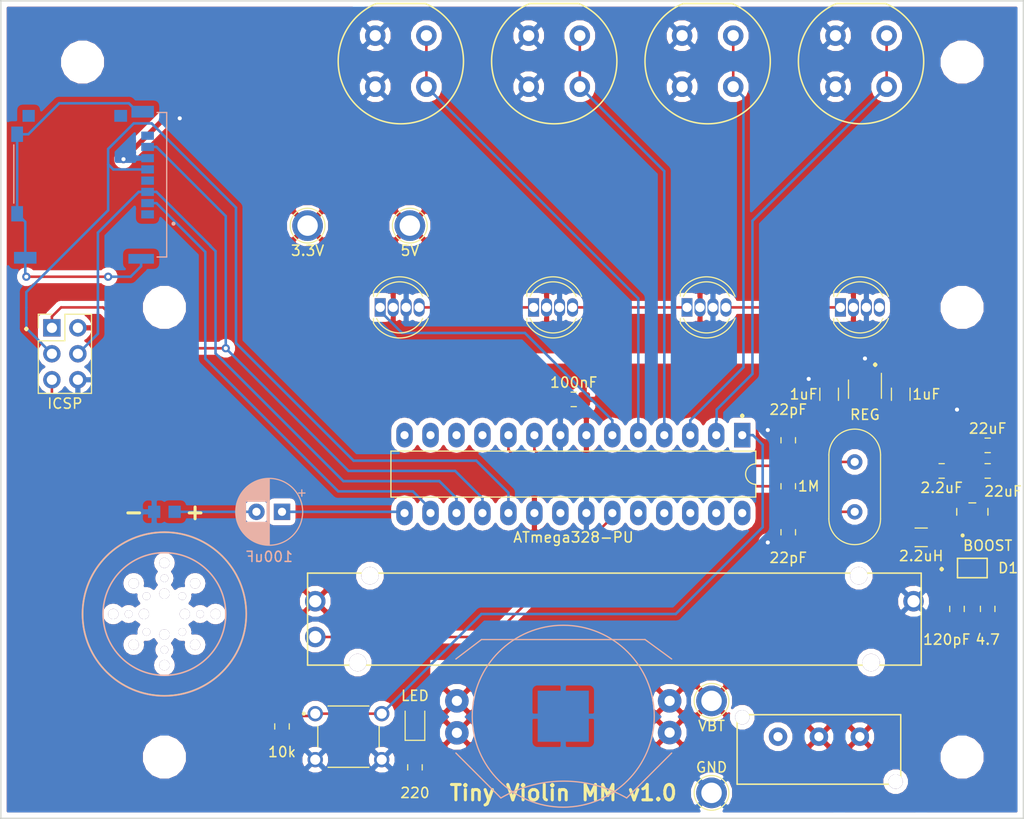
<source format=kicad_pcb>
(kicad_pcb (version 20171130) (host pcbnew "(5.0.0)")
  (layers (0 F.Cu signal) (31 B.Cu signal) (34 B.Paste user) (35 F.Paste user) (36 B.SilkS user) (37 F.SilkS user) (38 B.Mask user) (39 F.Mask user) (44 Edge.Cuts user))
  (net 0 "")
  (net 1 /MOSI)
  (net 2 +3V3)
  (net 3 +5V)
  (net 4 /SS)
  (net 5 /MISO)
  (net 6 /SCK)
  (net 7 /LEDS)
  (net 8 /BOW)
  (net 9 /SPEAKER)
  (net 10 "Net-(C2-Pad1)")
  (net 11 GND)
  (net 12 "Net-(D2-Pad1)")
  (net 13 /~RST)
  (net 14 "Net-(C1-Pad1)")
  (net 15 "Net-(U3-Pad4)")
  (net 16 /PB4)
  (net 17 "Net-(U1-Pad11)")
  (net 18 "Net-(U1-Pad12)")
  (net 19 "Net-(U1-Pad13)")
  (net 20 "Net-(U1-Pad24)")
  (net 21 "Net-(U1-Pad25)")
  (net 22 "Net-(U1-Pad26)")
  (net 23 "Net-(U1-Pad27)")
  (net 24 "Net-(U1-Pad28)")
  (net 25 /PB1)
  (net 26 /PB2)
  (net 27 /PB3)
  (net 28 "Net-(SW1-Pad1)")
  (net 29 "Net-(D4-Pad4)")
  (net 30 "Net-(D5-Pad4)")
  (net 31 "Net-(D6-Pad4)")
  (net 32 "Net-(D3-Pad4)")
  (net 33 "Net-(U2-Pad3)")
  (net 34 "Net-(U2-Pad5)")
  (net 35 "Net-(J2-Pad1)")
  (net 36 /+3.3V)
  (net 37 "Net-(J2-Pad8)")
  (net 38 "Net-(J2-PadP1)")
  (net 39 "Net-(J2-PadSW)")
  (net 40 "Net-(J2-PadDT)")
  (net 41 "Net-(U1-Pad21)")
  (net 42 "Net-(U1-Pad14)")
  (net 43 "Net-(H3-Pad1)")
  (net 44 "Net-(H4-Pad1)")
  (net 45 "Net-(H5-Pad1)")
  (net 46 "Net-(H6-Pad1)")
  (net 47 "Net-(H1-Pad1)")
  (net 48 "Net-(H2-Pad1)")
  (net 49 /BAT)
  (net 50 /VSW)
  (net 51 /BAT1)
  (net 52 /SNUB)
  (net 53 "Net-(C10-Pad2)")
  (module Package_DIP:DIP-28_W7.62mm_LongPads (layer F.Cu) (at 92.5 62.5 270)
    (fp_text reference U1 hide)
    (fp_text value ATmega328-PU (at 10 16.5) (layer F.SilkS))
    (pad 1 thru_hole rect (at 0 0 270) (size 2.4 1.6) (drill 0.8) (layers *.Cu *.Mask) (net 13 /~RST))
    (pad 15 thru_hole oval (at 7.62 33.02 270) (size 2.4 1.6) (drill 0.8) (layers *.Cu *.Mask) (net 9 /SPEAKER))
    (pad 2 thru_hole oval (at 0 2.54 270) (size 2.4 1.6) (drill 0.8) (layers *.Cu *.Mask) (net 16 /PB4))
    (pad 16 thru_hole oval (at 7.62 30.48 270) (size 2.4 1.6) (drill 0.8) (layers *.Cu *.Mask) (net 4 /SS))
    (pad 3 thru_hole oval (at 0 5.08 270) (size 2.4 1.6) (drill 0.8) (layers *.Cu *.Mask) (net 27 /PB3))
    (pad 17 thru_hole oval (at 7.62 27.94 270) (size 2.4 1.6) (drill 0.8) (layers *.Cu *.Mask) (net 1 /MOSI))
    (pad 4 thru_hole oval (at 0 7.62 270) (size 2.4 1.6) (drill 0.8) (layers *.Cu *.Mask) (net 26 /PB2))
    (pad 18 thru_hole oval (at 7.62 25.4 270) (size 2.4 1.6) (drill 0.8) (layers *.Cu *.Mask) (net 5 /MISO))
    (pad 5 thru_hole oval (at 0 10.16 270) (size 2.4 1.6) (drill 0.8) (layers *.Cu *.Mask) (net 25 /PB1))
    (pad 19 thru_hole oval (at 7.62 22.86 270) (size 2.4 1.6) (drill 0.8) (layers *.Cu *.Mask) (net 6 /SCK))
    (pad 6 thru_hole oval (at 0 12.7 270) (size 2.4 1.6) (drill 0.8) (layers *.Cu *.Mask) (net 7 /LEDS))
    (pad 20 thru_hole oval (at 7.62 20.32 270) (size 2.4 1.6) (drill 0.8) (layers *.Cu *.Mask) (net 2 +3V3))
    (pad 7 thru_hole oval (at 0 15.24 270) (size 2.4 1.6) (drill 0.8) (layers *.Cu *.Mask) (net 2 +3V3))
    (pad 21 thru_hole oval (at 7.62 17.78 270) (size 2.4 1.6) (drill 0.8) (layers *.Cu *.Mask) (net 41 "Net-(U1-Pad21)"))
    (pad 8 thru_hole oval (at 0 17.78 270) (size 2.4 1.6) (drill 0.8) (layers *.Cu *.Mask) (net 11 GND))
    (pad 22 thru_hole oval (at 7.62 15.24 270) (size 2.4 1.6) (drill 0.8) (layers *.Cu *.Mask) (net 11 GND))
    (pad 9 thru_hole oval (at 0 20.32 270) (size 2.4 1.6) (drill 0.8) (layers *.Cu *.Mask) (net 10 "Net-(C2-Pad1)"))
    (pad 23 thru_hole oval (at 7.62 12.7 270) (size 2.4 1.6) (drill 0.8) (layers *.Cu *.Mask) (net 8 /BOW))
    (pad 10 thru_hole oval (at 0 22.86 270) (size 2.4 1.6) (drill 0.8) (layers *.Cu *.Mask) (net 14 "Net-(C1-Pad1)"))
    (pad 24 thru_hole oval (at 7.62 10.16 270) (size 2.4 1.6) (drill 0.8) (layers *.Cu *.Mask) (net 20 "Net-(U1-Pad24)"))
    (pad 11 thru_hole oval (at 0 25.4 270) (size 2.4 1.6) (drill 0.8) (layers *.Cu *.Mask) (net 17 "Net-(U1-Pad11)"))
    (pad 25 thru_hole oval (at 7.62 7.62 270) (size 2.4 1.6) (drill 0.8) (layers *.Cu *.Mask) (net 21 "Net-(U1-Pad25)"))
    (pad 12 thru_hole oval (at 0 27.94 270) (size 2.4 1.6) (drill 0.8) (layers *.Cu *.Mask) (net 18 "Net-(U1-Pad12)"))
    (pad 26 thru_hole oval (at 7.62 5.08 270) (size 2.4 1.6) (drill 0.8) (layers *.Cu *.Mask) (net 22 "Net-(U1-Pad26)"))
    (pad 13 thru_hole oval (at 0 30.48 270) (size 2.4 1.6) (drill 0.8) (layers *.Cu *.Mask) (net 19 "Net-(U1-Pad13)"))
    (pad 27 thru_hole oval (at 7.62 2.54 270) (size 2.4 1.6) (drill 0.8) (layers *.Cu *.Mask) (net 23 "Net-(U1-Pad27)"))
    (pad 14 thru_hole oval (at 0 33.02 270) (size 2.4 1.6) (drill 0.8) (layers *.Cu *.Mask) (net 42 "Net-(U1-Pad14)"))
    (pad 28 thru_hole oval (at 7.62 0 270) (size 2.4 1.6) (drill 0.8) (layers *.Cu *.Mask) (net 24 "Net-(U1-Pad28)"))
  )
  (module LINX_BAT-HLD-001-THM (layer B.Cu) (at 75 90 180)
    (fp_text reference BT1 hide)
    (fp_text value BAT-HLD-001-THM hide)
    (pad +@1 thru_hole circle (at -10.4 1.5 180) (size 2.3 2.3) (drill 1) (layers *.Cu *.Mask) (net 49 /BAT))
    (pad +@2 thru_hole circle (at -10.4 -1.6 180) (size 2.3 2.3) (drill 1) (layers *.Cu *.Mask) (net 49 /BAT))
    (pad +@3 thru_hole circle (at 10.4 1.5 180) (size 2.3 2.3) (drill 1) (layers *.Cu *.Mask) (net 49 /BAT))
    (pad +@4 thru_hole circle (at 10.4 -1.627 180) (size 2.3 2.3) (drill 1) (layers *.Cu *.Mask) (net 49 /BAT))
    (pad - smd rect (at 0 0 180) (size 5 5) (layers B.Cu B.Paste B.Mask) (net 11 GND))
  )
  (module MOLEX_503182-1852 (layer B.Cu) (at 28 38 90)
    (fp_text reference J2 hide)
    (fp_text value 503182-1852 hide)
    (pad 1 smd rect (at -2.9 6.355 90) (size 0.8 1.24) (layers B.Cu B.Paste B.Mask) (net 35 "Net-(J2-Pad1)"))
    (pad 2 smd rect (at -1.8 6.355 90) (size 0.8 1.24) (layers B.Cu B.Paste B.Mask) (net 4 /SS))
    (pad 3 smd rect (at -0.7 6.355 90) (size 0.8 1.24) (layers B.Cu B.Paste B.Mask) (net 1 /MOSI))
    (pad 4 smd rect (at 0.4 6.355 90) (size 0.8 1.24) (layers B.Cu B.Paste B.Mask) (net 36 /+3.3V))
    (pad 5 smd rect (at 1.5 6.355 90) (size 0.8 1.24) (layers B.Cu B.Paste B.Mask) (net 6 /SCK))
    (pad 6 smd rect (at 2.6 6.355 90) (size 0.8 1.24) (layers B.Cu B.Paste B.Mask) (net 11 GND))
    (pad 7 smd rect (at 3.7 6.355 90) (size 0.8 1.24) (layers B.Cu B.Paste B.Mask) (net 5 /MISO))
    (pad 8 smd rect (at 4.8 6.355 90) (size 0.8 1.24) (layers B.Cu B.Paste B.Mask) (net 37 "Net-(J2-Pad8)"))
    (pad P1 smd rect (at -7.245 5.725 90) (size 0.95 2.5) (layers B.Cu B.Paste B.Mask) (net 38 "Net-(J2-PadP1)"))
    (pad P2 smd rect (at 7.145 5.875 90) (size 1.15 2.2) (layers B.Cu B.Paste B.Mask) (net 38 "Net-(J2-PadP1)"))
    (pad SW smd rect (at 6.74 3.725 90) (size 1.16 1.25) (layers B.Cu B.Paste B.Mask) (net 39 "Net-(J2-PadSW)"))
    (pad DT smd rect (at 6.74 -5.275 90) (size 1.16 1.2) (layers B.Cu B.Paste B.Mask) (net 40 "Net-(J2-PadDT)"))
    (pad P3 smd rect (at -7.145 -5.605 90) (size 1.15 2.2) (layers B.Cu B.Paste B.Mask) (net 38 "Net-(J2-PadP1)"))
    (pad P4 smd rect (at -2.84 -6.4 90) (size 1.5 1.15) (layers B.Cu B.Paste B.Mask) (net 38 "Net-(J2-PadP1)"))
    (pad P5 smd rect (at 4.94 -6.4 90) (size 1.5 1.15) (layers B.Cu B.Paste B.Mask) (net 38 "Net-(J2-PadP1)"))
  )
  (module SOT95P280X145-5N (layer F.Cu) (at 115 70)
    (fp_text reference U2 hide)
    (fp_text value BOOST (at 1.5 3.311) (layer F.SilkS))
    (pad 1 smd rect (at -0.95 1.255) (size 0.59 1.21) (layers F.Cu F.Paste F.Mask) (net 50 /VSW))
    (pad 2 smd rect (at 0 1.255) (size 0.59 1.21) (layers F.Cu F.Paste F.Mask) (net 11 GND))
    (pad 3 smd rect (at 0.95 1.255) (size 0.59 1.21) (layers F.Cu F.Paste F.Mask) (net 33 "Net-(U2-Pad3)"))
    (pad 4 smd rect (at 0.95 -1.255 180) (size 0.59 1.21) (layers F.Cu F.Paste F.Mask) (net 3 +5V))
    (pad 5 smd rect (at -0.95 -1.255 180) (size 0.59 1.21) (layers F.Cu F.Paste F.Mask) (net 34 "Net-(U2-Pad5)"))
  )
  (module SW_1825910-7 (layer F.Cu) (at 54 92)
    (fp_text reference SW2 hide)
    (fp_text value Tactile hide)
    (pad 1 thru_hole circle (at -3.25 -2.25) (size 1.498 1.498) (drill 0.99) (layers *.Cu *.Mask) (net 13 /~RST))
    (pad 2 thru_hole circle (at 3.25 -2.25) (size 1.498 1.498) (drill 0.99) (layers *.Cu *.Mask) (net 13 /~RST))
    (pad 3 thru_hole circle (at -3.25 2.25) (size 1.498 1.498) (drill 0.99) (layers *.Cu *.Mask) (net 11 GND))
    (pad 4 thru_hole circle (at 3.25 2.25) (size 1.498 1.498) (drill 0.99) (layers *.Cu *.Mask) (net 11 GND))
  )
  (module Connector_PinHeader_2.54mm:PinHeader_2x03_P2.54mm_Vertical (layer F.Cu) (at 25 52)
    (fp_text reference J1 hide)
    (fp_text value ICSP (at 1.27 7.41) (layer F.SilkS))
    (pad 6 thru_hole oval (at 2.54 5.08) (size 1.7 1.7) (drill 1) (layers *.Cu *.Mask) (net 11 GND))
    (pad 5 thru_hole oval (at 0 5.08) (size 1.7 1.7) (drill 1) (layers *.Cu *.Mask) (net 13 /~RST))
    (pad 4 thru_hole oval (at 2.54 2.54) (size 1.7 1.7) (drill 1) (layers *.Cu *.Mask) (net 1 /MOSI))
    (pad 3 thru_hole oval (at 0 2.54) (size 1.7 1.7) (drill 1) (layers *.Cu *.Mask) (net 6 /SCK))
    (pad 2 thru_hole oval (at 2.54 0) (size 1.7 1.7) (drill 1) (layers *.Cu *.Mask) (net 2 +3V3))
    (pad 1 thru_hole rect (at 0 0) (size 1.7 1.7) (drill 1) (layers *.Cu *.Mask) (net 5 /MISO))
  )
  (module MountingHole:MountingHole_3.2mm_M3 (layer F.Cu) (at 28 26)
    (fp_text reference H1 hide)
    (fp_text value M3)
    (pad 1 np_thru_hole circle (at 0 0) (size 3.2 3.2) (drill 3.2) (layers *.Cu *.Mask) (net 47 "Net-(H1-Pad1)"))
  )
  (module MountingHole:MountingHole_3.2mm_M3 (layer F.Cu) (at 36 50)
    (fp_text reference H2 hide)
    (fp_text value M3)
    (pad 1 np_thru_hole circle (at 0 0) (size 3.2 3.2) (drill 3.2) (layers *.Cu *.Mask) (net 48 "Net-(H2-Pad1)"))
  )
  (module MountingHole:MountingHole_3.2mm_M3 (layer F.Cu) (at 36 94)
    (fp_text reference H3 hide)
    (fp_text value M3)
    (pad 1 np_thru_hole circle (at 0 0) (size 3.2 3.2) (drill 3.2) (layers *.Cu *.Mask) (net 43 "Net-(H3-Pad1)"))
  )
  (module MountingHole:MountingHole_3.2mm_M3 (layer F.Cu) (at 114 26)
    (fp_text reference H4 hide)
    (fp_text value M3)
    (pad 1 np_thru_hole circle (at 0 0) (size 3.2 3.2) (drill 3.2) (layers *.Cu *.Mask) (net 44 "Net-(H4-Pad1)"))
  )
  (module MountingHole:MountingHole_3.2mm_M3 (layer F.Cu) (at 114 50)
    (fp_text reference H5 hide)
    (fp_text value M3)
    (pad 1 np_thru_hole circle (at 0 0) (size 3.2 3.2) (drill 3.2) (layers *.Cu *.Mask) (net 45 "Net-(H5-Pad1)"))
  )
  (module MountingHole:MountingHole_3.2mm_M3 (layer F.Cu) (at 114 94)
    (fp_text reference H6 hide)
    (fp_text value M3)
    (pad 1 np_thru_hole circle (at 0 0) (size 3.2 3.2) (drill 3.2) (layers *.Cu *.Mask) (net 46 "Net-(H6-Pad1)"))
  )
  (module TestPoint:TestPoint_Plated_Hole_D2.0mm (layer F.Cu) (at 89.5 88.5)
    (fp_text reference TP1 hide)
    (fp_text value VBT (at 0 2.45) (layer F.SilkS))
    (pad 1 thru_hole circle (at 0 0) (size 3 3) (drill 2) (layers *.Cu *.Mask) (net 49 /BAT))
  )
  (module TestPoint:TestPoint_Plated_Hole_D2.0mm (layer F.Cu) (at 89.5 97.5)
    (fp_text reference TP2 hide)
    (fp_text value GND (at 0 -2.5) (layer F.SilkS))
    (pad 1 thru_hole circle (at 0 0) (size 3 3) (drill 2) (layers *.Cu *.Mask) (net 11 GND))
  )
  (module TestPoint:TestPoint_Plated_Hole_D2.0mm (layer F.Cu) (at 60 42)
    (fp_text reference TP3 hide)
    (fp_text value 5V (at 0 2.45) (layer F.SilkS))
    (pad 1 thru_hole circle (at 0 0) (size 3 3) (drill 2) (layers *.Cu *.Mask) (net 3 +5V))
  )
  (module TestPoint:TestPoint_Plated_Hole_D2.0mm (layer F.Cu) (at 50 42)
    (fp_text reference TP4 hide)
    (fp_text value 3.3V (at 0 2.45) (layer F.SilkS))
    (pad 1 thru_hole circle (at 0 0) (size 3 3) (drill 2) (layers *.Cu *.Mask) (net 2 +3V3))
  )
  (module Capacitor_SMD:C_0805_2012Metric_Pad1.15x1.40mm_HandSolder (layer F.Cu) (at 97 72 270)
    (fp_text reference C1 hide)
    (fp_text value 22pF (at 2.5 0) (layer F.SilkS))
    (pad 2 smd roundrect (at 1.025 0 270) (size 1.15 1.4) (layers F.Cu F.Paste F.Mask) (roundrect_rratio 0.217391) (net 11 GND))
    (pad 1 smd roundrect (at -1.025 0 270) (size 1.15 1.4) (layers F.Cu F.Paste F.Mask) (roundrect_rratio 0.217391) (net 14 "Net-(C1-Pad1)"))
  )
  (module Capacitor_SMD:C_0805_2012Metric_Pad1.15x1.40mm_HandSolder (layer F.Cu) (at 97 63 90)
    (fp_text reference C2 hide)
    (fp_text value 22pF (at 3 0 180) (layer F.SilkS))
    (pad 2 smd roundrect (at 1.025 0 90) (size 1.15 1.4) (layers F.Cu F.Paste F.Mask) (roundrect_rratio 0.217391) (net 11 GND))
    (pad 1 smd roundrect (at -1.025 0 90) (size 1.15 1.4) (layers F.Cu F.Paste F.Mask) (roundrect_rratio 0.217391) (net 10 "Net-(C2-Pad1)"))
  )
  (module Capacitor_SMD:C_0805_2012Metric_Pad1.15x1.40mm_HandSolder (layer F.Cu) (at 76.025 59 180)
    (fp_text reference C3 hide)
    (fp_text value 100nF (at 0 1.65 180) (layer F.SilkS))
    (pad 2 smd roundrect (at 1.025 0 180) (size 1.15 1.4) (layers F.Cu F.Paste F.Mask) (roundrect_rratio 0.217391) (net 11 GND))
    (pad 1 smd roundrect (at -1.025 0 180) (size 1.15 1.4) (layers F.Cu F.Paste F.Mask) (roundrect_rratio 0.217391) (net 2 +3V3))
  )
  (module Capacitor_SMD:C_0805_2012Metric_Pad1.15x1.40mm_HandSolder (layer F.Cu) (at 112 66)
    (fp_text reference C4 hide)
    (fp_text value 2.2uF (at 0 1.65) (layer F.SilkS))
    (pad 2 smd roundrect (at 1.025 0) (size 1.15 1.4) (layers F.Cu F.Paste F.Mask) (roundrect_rratio 0.217391) (net 11 GND))
    (pad 1 smd roundrect (at -1.025 0) (size 1.15 1.4) (layers F.Cu F.Paste F.Mask) (roundrect_rratio 0.217391) (net 51 /BAT1))
  )
  (module Capacitor_SMD:C_0805_2012Metric_Pad1.15x1.40mm_HandSolder (layer F.Cu) (at 116.5 63.5 180)
    (fp_text reference C5 hide)
    (fp_text value 22uF (at 0 1.65 180) (layer F.SilkS))
    (pad 2 smd roundrect (at 1.025 0 180) (size 1.15 1.4) (layers F.Cu F.Paste F.Mask) (roundrect_rratio 0.217391) (net 11 GND))
    (pad 1 smd roundrect (at -1.025 0 180) (size 1.15 1.4) (layers F.Cu F.Paste F.Mask) (roundrect_rratio 0.217391) (net 3 +5V))
  )
  (module Capacitor_SMD:C_0805_2012Metric_Pad1.15x1.40mm_HandSolder (layer F.Cu) (at 116.5 66 180)
    (fp_text reference C6 hide)
    (fp_text value 22uF (at -1.5 -2 180) (layer F.SilkS))
    (pad 2 smd roundrect (at 1.025 0 180) (size 1.15 1.4) (layers F.Cu F.Paste F.Mask) (roundrect_rratio 0.217391) (net 11 GND))
    (pad 1 smd roundrect (at -1.025 0 180) (size 1.15 1.4) (layers F.Cu F.Paste F.Mask) (roundrect_rratio 0.217391) (net 3 +5V))
  )
  (module Capacitor_SMD:C_0805_2012Metric_Pad1.15x1.40mm_HandSolder (layer F.Cu) (at 116.5 79.5 270)
    (fp_text reference C7 hide)
    (fp_text value 120pF (at 3 4) (layer F.SilkS))
    (pad 2 smd roundrect (at 1.025 0 270) (size 1.15 1.4) (layers F.Cu F.Paste F.Mask) (roundrect_rratio 0.217391) (net 52 /SNUB))
    (pad 1 smd roundrect (at -1.025 0 270) (size 1.15 1.4) (layers F.Cu F.Paste F.Mask) (roundrect_rratio 0.217391) (net 3 +5V))
  )
  (module Capacitor_SMD:C_1206_3216Metric_Pad1.42x1.75mm_HandSolder (layer F.Cu) (at 108 58.5 270)
    (fp_text reference C8 hide)
    (fp_text value 1uF (at 0 -2.5) (layer F.SilkS))
    (pad 2 smd roundrect (at 1.4875 0 270) (size 1.425 1.75) (layers F.Cu F.Paste F.Mask) (roundrect_rratio 0.175439) (net 11 GND))
    (pad 1 smd roundrect (at -1.4875 0 270) (size 1.425 1.75) (layers F.Cu F.Paste F.Mask) (roundrect_rratio 0.175439) (net 3 +5V))
  )
  (module Capacitor_SMD:C_1206_3216Metric_Pad1.42x1.75mm_HandSolder (layer F.Cu) (at 101 58.5 90)
    (fp_text reference C9 hide)
    (fp_text value 1uF (at 0 -2.5 180) (layer F.SilkS))
    (pad 2 smd roundrect (at 1.4875 0 90) (size 1.425 1.75) (layers F.Cu F.Paste F.Mask) (roundrect_rratio 0.175439) (net 11 GND))
    (pad 1 smd roundrect (at -1.4875 0 90) (size 1.425 1.75) (layers F.Cu F.Paste F.Mask) (roundrect_rratio 0.175439) (net 2 +3V3))
  )
  (module Capacitor_THT:CP_Radial_D6.3mm_P2.50mm (layer B.Cu) (at 47.5 70 180)
    (fp_text reference C10 hide)
    (fp_text value 100uF (at 1.25 -4.4 180) (layer B.SilkS) (effects (justify mirror)))
    (pad 2 thru_hole circle (at 2.5 0 180) (size 1.6 1.6) (drill 0.8) (layers *.Cu *.Mask) (net 53 "Net-(C10-Pad2)"))
    (pad 1 thru_hole rect (at 0 0 180) (size 1.6 1.6) (drill 0.8) (layers *.Cu *.Mask) (net 9 /SPEAKER))
  )
  (module Crystal:Crystal_HC49-U_Vertical (layer F.Cu) (at 103.5 70 90)
    (fp_text reference Y1 hide)
    (fp_text value "Crystal 16MHz")
    (pad 2 thru_hole circle (at 4.88 0 90) (size 1.5 1.5) (drill 0.8) (layers *.Cu *.Mask) (net 10 "Net-(C2-Pad1)"))
    (pad 1 thru_hole circle (at 0 0 90) (size 1.5 1.5) (drill 0.8) (layers *.Cu *.Mask) (net 14 "Net-(C1-Pad1)"))
  )
  (module D6:D6 (layer F.Cu) (at 106.5 23.5 270)
    (fp_text reference SW6 hide)
    (fp_text value SW_Push)
    (pad 2 thru_hole circle (at 4.911399 4.880701 180) (size 2 2) (drill 1.1) (layers *.Cu *.Mask) (net 11 GND))
    (pad 1 thru_hole circle (at 4.911399 -0.119299 180) (size 2 2) (drill 1.1) (layers *.Cu *.Mask) (net 16 /PB4))
    (pad 2 thru_hole circle (at -0.088601 4.880701 180) (size 2 2) (drill 1.1) (layers *.Cu *.Mask) (net 11 GND))
    (pad 1 thru_hole circle (at -0.088601 -0.119299 180) (size 2 2) (drill 1.1) (layers *.Cu *.Mask) (net 16 /PB4))
  )
  (module D6:D6 (layer F.Cu) (at 91.5 23.5 270)
    (fp_text reference SW5 hide)
    (fp_text value SW_Push)
    (pad 2 thru_hole circle (at 4.911399 4.880701 180) (size 2 2) (drill 1.1) (layers *.Cu *.Mask) (net 11 GND))
    (pad 1 thru_hole circle (at 4.911399 -0.119299 180) (size 2 2) (drill 1.1) (layers *.Cu *.Mask) (net 27 /PB3))
    (pad 2 thru_hole circle (at -0.088601 4.880701 180) (size 2 2) (drill 1.1) (layers *.Cu *.Mask) (net 11 GND))
    (pad 1 thru_hole circle (at -0.088601 -0.119299 180) (size 2 2) (drill 1.1) (layers *.Cu *.Mask) (net 27 /PB3))
  )
  (module D6:D6 (layer F.Cu) (at 76.5 23.5 270)
    (fp_text reference SW4 hide)
    (fp_text value SW_Push)
    (pad 2 thru_hole circle (at 4.911399 4.880701 180) (size 2 2) (drill 1.1) (layers *.Cu *.Mask) (net 11 GND))
    (pad 1 thru_hole circle (at 4.911399 -0.119299 180) (size 2 2) (drill 1.1) (layers *.Cu *.Mask) (net 26 /PB2))
    (pad 2 thru_hole circle (at -0.088601 4.880701 180) (size 2 2) (drill 1.1) (layers *.Cu *.Mask) (net 11 GND))
    (pad 1 thru_hole circle (at -0.088601 -0.119299 180) (size 2 2) (drill 1.1) (layers *.Cu *.Mask) (net 26 /PB2))
  )
  (module D6:D6 (layer F.Cu) (at 61.5 23.5 270)
    (fp_text reference SW3 hide)
    (fp_text value SW_Push)
    (pad 2 thru_hole circle (at 4.911399 4.880701 180) (size 2 2) (drill 1.1) (layers *.Cu *.Mask) (net 11 GND))
    (pad 1 thru_hole circle (at 4.911399 -0.119299 180) (size 2 2) (drill 1.1) (layers *.Cu *.Mask) (net 25 /PB1))
    (pad 2 thru_hole circle (at -0.088601 4.880701 180) (size 2 2) (drill 1.1) (layers *.Cu *.Mask) (net 11 GND))
    (pad 1 thru_hole circle (at -0.088601 -0.119299 180) (size 2 2) (drill 1.1) (layers *.Cu *.Mask) (net 25 /PB1))
  )
  (module DO219:DO219-AB (layer F.Cu) (at 115 75.5 180)
    (fp_text reference D1 (at -3.5 0 180) (layer F.SilkS))
    (fp_text value D_Schottky)
    (pad 2 smd rect (at 1.45 0 180) (size 1.3 1.4) (layers F.Cu F.Paste F.Mask) (net 50 /VSW))
    (pad 1 smd rect (at -1.45 0 180) (size 1.3 1.4) (layers F.Cu F.Paste F.Mask) (net 3 +5V))
  )
  (module Inductor_SMD:L_1206_3216Metric_Pad1.42x1.75mm_HandSolder (layer F.Cu) (at 110 72.5)
    (fp_text reference L1 hide)
    (fp_text value 2.2uH (at 0 1.82) (layer F.SilkS))
    (pad 2 smd roundrect (at 1.4875 0) (size 1.425 1.75) (layers F.Cu F.Paste F.Mask) (roundrect_rratio 0.175439) (net 50 /VSW))
    (pad 1 smd roundrect (at -1.4875 0) (size 1.425 1.75) (layers F.Cu F.Paste F.Mask) (roundrect_rratio 0.175439) (net 51 /BAT1))
  )
  (module LED_SMD:LED_0805_2012Metric_Pad1.15x1.40mm_HandSolder (layer F.Cu) (at 60.5 90.5 90)
    (fp_text reference D2 hide)
    (fp_text value LED (at 2.5 0 180) (layer F.SilkS))
    (pad 2 smd roundrect (at 1.025 0 90) (size 1.15 1.4) (layers F.Cu F.Paste F.Mask) (roundrect_rratio 0.217391) (net 2 +3V3))
    (pad 1 smd roundrect (at -1.025 0 90) (size 1.15 1.4) (layers F.Cu F.Paste F.Mask) (roundrect_rratio 0.217391) (net 12 "Net-(D2-Pad1)"))
  )
  (module LED_THT:LED_D5.0mm-4_RGB (layer F.Cu) (at 72.1 50)
    (fp_text reference D4 hide)
    (fp_text value RGB_LED)
    (pad 4 thru_hole oval (at 3.81 0) (size 1.07 1.8) (drill 0.9) (layers *.Cu *.Mask) (net 29 "Net-(D4-Pad4)"))
    (pad 3 thru_hole oval (at 2.54 0) (size 1.07 1.8) (drill 0.9) (layers *.Cu *.Mask) (net 11 GND))
    (pad 2 thru_hole oval (at 1.27 0) (size 1.07 1.8) (drill 0.9) (layers *.Cu *.Mask) (net 3 +5V))
    (pad 1 thru_hole rect (at 0 0) (size 1.07 1.8) (drill 0.9) (layers *.Cu *.Mask) (net 32 "Net-(D3-Pad4)"))
  )
  (module LED_THT:LED_D5.0mm-4_RGB (layer F.Cu) (at 57.1 50)
    (fp_text reference D3 hide)
    (fp_text value RGB_LED)
    (pad 4 thru_hole oval (at 3.81 0) (size 1.07 1.8) (drill 0.9) (layers *.Cu *.Mask) (net 32 "Net-(D3-Pad4)"))
    (pad 3 thru_hole oval (at 2.54 0) (size 1.07 1.8) (drill 0.9) (layers *.Cu *.Mask) (net 11 GND))
    (pad 2 thru_hole oval (at 1.27 0) (size 1.07 1.8) (drill 0.9) (layers *.Cu *.Mask) (net 3 +5V))
    (pad 1 thru_hole rect (at 0 0) (size 1.07 1.8) (drill 0.9) (layers *.Cu *.Mask) (net 7 /LEDS))
  )
  (module LED_THT:LED_D5.0mm-4_RGB (layer F.Cu) (at 102.1 50)
    (fp_text reference D6 hide)
    (fp_text value RGB_LED)
    (pad 4 thru_hole oval (at 3.81 0) (size 1.07 1.8) (drill 0.9) (layers *.Cu *.Mask) (net 31 "Net-(D6-Pad4)"))
    (pad 3 thru_hole oval (at 2.54 0) (size 1.07 1.8) (drill 0.9) (layers *.Cu *.Mask) (net 11 GND))
    (pad 2 thru_hole oval (at 1.27 0) (size 1.07 1.8) (drill 0.9) (layers *.Cu *.Mask) (net 3 +5V))
    (pad 1 thru_hole rect (at 0 0) (size 1.07 1.8) (drill 0.9) (layers *.Cu *.Mask) (net 30 "Net-(D5-Pad4)"))
  )
  (module LED_THT:LED_D5.0mm-4_RGB (layer F.Cu) (at 87.1 50)
    (fp_text reference D5 hide)
    (fp_text value RGB_LED)
    (pad 4 thru_hole oval (at 3.81 0) (size 1.07 1.8) (drill 0.9) (layers *.Cu *.Mask) (net 30 "Net-(D5-Pad4)"))
    (pad 3 thru_hole oval (at 2.54 0) (size 1.07 1.8) (drill 0.9) (layers *.Cu *.Mask) (net 11 GND))
    (pad 2 thru_hole oval (at 1.27 0) (size 1.07 1.8) (drill 0.9) (layers *.Cu *.Mask) (net 3 +5V))
    (pad 1 thru_hole rect (at 0 0) (size 1.07 1.8) (drill 0.9) (layers *.Cu *.Mask) (net 29 "Net-(D4-Pad4)"))
  )
  (module MHS122:MHS122 (layer F.Cu) (at 100 92 90)
    (fp_text reference SW1 hide)
    (fp_text value SW_SPDT)
    (pad "" thru_hole circle (at -4.4 7.5 90) (size 1.4 1.4) (drill 1.4) (layers *.Cu *.Mask))
    (pad "" thru_hole circle (at 1.9 -7.5 90) (size 1.4 1.4) (drill 1.4) (layers *.Cu *.Mask))
    (pad 1 thru_hole circle (at 0 -4 90) (size 1.8 1.8) (drill 0.9) (layers *.Cu *.Mask) (net 28 "Net-(SW1-Pad1)"))
    (pad 3 thru_hole circle (at 0 4 90) (size 1.8 1.8) (drill 0.9) (layers *.Cu *.Mask) (net 51 /BAT1))
    (pad 2 thru_hole circle (at 0 0 90) (size 1.8 1.8) (drill 0.9) (layers *.Cu *.Mask) (net 49 /BAT))
  )
  (module PTA:PTA4543 (layer F.Cu) (at 80 80.5 90)
    (fp_text reference RV1 hide)
    (fp_text value R_POT)
    (pad "" thru_hole circle (at -4.25 25.1 90) (size 1.7 1.7) (drill 1.7) (layers *.Cu *.Mask))
    (pad 3 thru_hole circle (at 1.75 29.25 90) (size 2 2) (drill 1.2) (layers *.Cu *.Mask) (net 11 GND))
    (pad "" thru_hole circle (at 4.25 23.9 90) (size 1.7 1.7) (drill 1.7) (layers *.Cu *.Mask))
    (pad 1 thru_hole circle (at 1.75 -29.25 90) (size 2 2) (drill 1.2) (layers *.Cu *.Mask) (net 2 +3V3))
    (pad "" thru_hole circle (at 4.25 -23.9 90) (size 1.7 1.7) (drill 1.7) (layers *.Cu *.Mask))
    (pad 2 thru_hole circle (at -1.75 -29.25 90) (size 2 2) (drill 1.2) (layers *.Cu *.Mask) (net 8 /BOW))
    (pad "" thru_hole circle (at -4.25 -25.1 90) (size 1.7 1.7) (drill 1.7) (layers *.Cu *.Mask))
  )
  (module Package_TO_SOT_SMD:SOT-23-5 (layer F.Cu) (at 104.5 58 270)
    (fp_text reference U3 hide)
    (fp_text value REG (at 2.5 0) (layer F.SilkS))
    (pad 5 smd rect (at 1.1 -0.95 270) (size 1.06 0.65) (layers F.Cu F.Paste F.Mask) (net 2 +3V3))
    (pad 4 smd rect (at 1.1 0.95 270) (size 1.06 0.65) (layers F.Cu F.Paste F.Mask) (net 15 "Net-(U3-Pad4)"))
    (pad 3 smd rect (at -1.1 0.95 270) (size 1.06 0.65) (layers F.Cu F.Paste F.Mask) (net 3 +5V))
    (pad 2 smd rect (at -1.1 0 270) (size 1.06 0.65) (layers F.Cu F.Paste F.Mask) (net 11 GND))
    (pad 1 smd rect (at -1.1 -0.95 270) (size 1.06 0.65) (layers F.Cu F.Paste F.Mask) (net 3 +5V))
  )
  (module Resistor_SMD:R_0805_2012Metric_Pad1.15x1.40mm_HandSolder (layer F.Cu) (at 97 67.5 270)
    (fp_text reference R1 hide)
    (fp_text value 1M (at 0 -2) (layer F.SilkS))
    (pad 2 smd roundrect (at 1.025 0 270) (size 1.15 1.4) (layers F.Cu F.Paste F.Mask) (roundrect_rratio 0.217391) (net 14 "Net-(C1-Pad1)"))
    (pad 1 smd roundrect (at -1.025 0 270) (size 1.15 1.4) (layers F.Cu F.Paste F.Mask) (roundrect_rratio 0.217391) (net 10 "Net-(C2-Pad1)"))
  )
  (module Resistor_SMD:R_0805_2012Metric_Pad1.15x1.40mm_HandSolder (layer F.Cu) (at 47.5 91 90)
    (fp_text reference R2 hide)
    (fp_text value 10k (at -2.5 0 180) (layer F.SilkS))
    (pad 2 smd roundrect (at 1.025 0 90) (size 1.15 1.4) (layers F.Cu F.Paste F.Mask) (roundrect_rratio 0.217391) (net 13 /~RST))
    (pad 1 smd roundrect (at -1.025 0 90) (size 1.15 1.4) (layers F.Cu F.Paste F.Mask) (roundrect_rratio 0.217391) (net 2 +3V3))
  )
  (module Resistor_SMD:R_0805_2012Metric_Pad1.15x1.40mm_HandSolder (layer F.Cu) (at 113.5 79.5 90)
    (fp_text reference R3 hide)
    (fp_text value 4.7 (at -3 3 180) (layer F.SilkS))
    (pad 2 smd roundrect (at 1.025 0 90) (size 1.15 1.4) (layers F.Cu F.Paste F.Mask) (roundrect_rratio 0.217391) (net 50 /VSW))
    (pad 1 smd roundrect (at -1.025 0 90) (size 1.15 1.4) (layers F.Cu F.Paste F.Mask) (roundrect_rratio 0.217391) (net 52 /SNUB))
  )
  (module Resistor_SMD:R_0805_2012Metric_Pad1.15x1.40mm_HandSolder (layer F.Cu) (at 60.5 95 270)
    (fp_text reference R4 hide)
    (fp_text value 220 (at 2.5 0 180) (layer F.SilkS))
    (pad 2 smd roundrect (at 1.025 0 270) (size 1.15 1.4) (layers F.Cu F.Paste F.Mask) (roundrect_rratio 0.217391) (net 11 GND))
    (pad 1 smd roundrect (at -1.025 0 270) (size 1.15 1.4) (layers F.Cu F.Paste F.Mask) (roundrect_rratio 0.217391) (net 12 "Net-(D2-Pad1)"))
  )
  (module SP-1605:SP-1605 (layer B.Cu) (at 36 80 180)
    (fp_text reference LS1 hide)
    (fp_text value Speaker hide)
    (pad "" thru_hole oval (at 3 -3 180) (size 1 1) (drill oval 1) (layers *.Cu *.Mask))
    (pad "" thru_hole oval (at -3 -3 180) (size 1 1) (drill oval 1) (layers *.Cu *.Mask))
    (pad "" thru_hole oval (at -3 3 180) (size 1 1) (drill oval 1) (layers *.Cu *.Mask))
    (pad "" thru_hole oval (at -1.75 1.75 180) (size 0.75 0.75) (drill oval 0.75) (layers *.Cu *.Mask))
    (pad "" thru_hole oval (at -1.75 -1.75 180) (size 0.75 0.75) (drill oval 0.75) (layers *.Cu *.Mask))
    (pad "" thru_hole oval (at 1.75 -1.75 180) (size 0.75 0.75) (drill oval 0.75) (layers *.Cu *.Mask))
    (pad "" thru_hole oval (at 3 3 180) (size 1 1) (drill oval 1) (layers *.Cu *.Mask))
    (pad "" thru_hole oval (at 1.75 1.75 180) (size 0.75 0.75) (drill oval 0.75) (layers *.Cu *.Mask))
    (pad "" thru_hole oval (at 3.5 0 180) (size 0.75 0.75) (drill oval 0.75) (layers *.Cu *.Mask))
    (pad "" thru_hole oval (at 0 -3.5 180) (size 0.75 0.75) (drill oval 0.75) (layers *.Cu *.Mask))
    (pad "" thru_hole oval (at 0 3.5 180) (size 0.75 0.75) (drill oval 0.75) (layers *.Cu *.Mask))
    (pad "" thru_hole oval (at 0 5 180) (size 1 1) (drill oval 1) (layers *.Cu *.Mask))
    (pad "" thru_hole oval (at 0 2 180) (size 1 1) (drill oval 1) (layers *.Cu *.Mask))
    (pad "" thru_hole oval (at 0 -5 180) (size 1 1) (drill oval 1) (layers *.Cu *.Mask))
    (pad "" thru_hole oval (at 0 -2 180) (size 1 1) (drill oval 1) (layers *.Cu *.Mask))
    (pad "" thru_hole oval (at 5 0 180) (size 1 1) (drill oval 1) (layers *.Cu *.Mask))
    (pad "" thru_hole oval (at 2 0 180) (size 1 1) (drill oval 1) (layers *.Cu *.Mask))
    (pad "" thru_hole oval (at -5 0 180) (size 1 1) (drill oval 1) (layers *.Cu *.Mask))
    (pad "" thru_hole oval (at -3.5 0 180) (size 0.75 0.75) (drill oval 0.75) (layers *.Cu *.Mask))
    (pad "" thru_hole oval (at -2 0 180) (size 1 1) (drill oval 1) (layers *.Cu *.Mask))
    (pad 2 smd rect (at 1 10 180) (size 1.2 1.2) (layers B.Cu B.Adhes B.Paste B.Mask) (net 11 GND))
    (pad 1 smd rect (at -1 10 180) (size 1.2 1.2) (layers B.Cu B.Adhes B.Paste B.Mask) (net 53 "Net-(C10-Pad2)"))
  )
  (gr_text "Tiny Violin MM v1.0" (at 75 97.5) (layer F.SilkS) (effects (font (size 1.5 1.5) (thickness 0.3))))
  (gr_text - (at 33 70) (layer F.SilkS) (effects (font (size 1.5 1.5) (thickness 0.3))))
  (gr_text + (at 39 70) (layer F.SilkS) (effects (font (size 1.5 1.5) (thickness 0.3))))
  (gr_text . (at 105.5 55) (layer F.SilkS) (effects (font (size 1.5 1.5) (thickness 0.3))))
  (gr_text . (at 112 75) (layer F.SilkS) (effects (font (size 1.5 1.5) (thickness 0.3))))
  (gr_text . (at 22.5 51.5) (layer F.SilkS) (effects (font (size 1.5 1.5) (thickness 0.3))))
  (gr_text . (at 92.5 60) (layer F.SilkS) (effects (font (size 1.5 1.5) (thickness 0.3))))
  (gr_line (start 20 100) (end 20 20) (layer Edge.Cuts) (width 0.15))
  (gr_line (start 120 100) (end 20 100) (layer Edge.Cuts) (width 0.15))
  (gr_line (start 120 20) (end 120 100) (layer Edge.Cuts) (width 0.15))
  (gr_line (start 20 20) (end 120 20) (layer Edge.Cuts) (width 0.15))
  (segment (start 35.225 38.7) (end 40.5 43.975) (width 0.25) (layer B.Cu) (net 1))
  (segment (start 34.355 38.7) (end 35.225 38.7) (width 0.25) (layer B.Cu) (net 1))
  (segment (start 40.5 43.975) (end 40.5 44) (width 0.25) (layer B.Cu) (net 1))
  (segment (start 40.5 44) (end 41 44.5) (width 0.25) (layer B.Cu) (net 1))
  (segment (start 41 44.5) (end 41 54.5) (width 0.25) (layer B.Cu) (net 1))
  (segment (start 41 54.5) (end 53.5 67) (width 0.25) (layer B.Cu) (net 1))
  (segment (start 53.5 67) (end 62 67) (width 0.25) (layer B.Cu) (net 1))
  (segment (start 64.56 69.72) (end 64.56 70.12) (width 0.25) (layer B.Cu) (net 1))
  (segment (start 64.56 68.67) (end 62.89 67) (width 0.25) (layer B.Cu) (net 1))
  (segment (start 64.56 70.12) (end 64.56 68.67) (width 0.25) (layer B.Cu) (net 1))
  (segment (start 62.89 67) (end 62 67) (width 0.25) (layer B.Cu) (net 1))
  (segment (start 33.485 38.7) (end 29.5 42.685) (width 0.25) (layer B.Cu) (net 1))
  (segment (start 34.355 38.7) (end 33.485 38.7) (width 0.25) (layer B.Cu) (net 1))
  (segment (start 29.5 50.58) (end 29.5 50.5) (width 0.25) (layer B.Cu) (net 1))
  (segment (start 29.5 42.685) (end 29.5 50.5) (width 0.25) (layer B.Cu) (net 1))
  (segment (start 27.54 54.54) (end 29.5 52.58) (width 0.25) (layer B.Cu) (net 1))
  (segment (start 29.5 52.58) (end 29.5 50.5) (width 0.25) (layer B.Cu) (net 1))
  (segment (start 58.1 50.365) (end 58.1 50) (width 0.25) (layer B.Cu) (net 3))
  (segment (start 62.02 69.72) (end 60.3 68) (width 0.25) (layer B.Cu) (net 4))
  (segment (start 62.02 70.12) (end 62.02 69.72) (width 0.25) (layer B.Cu) (net 4))
  (segment (start 60.3 68) (end 53 68) (width 0.25) (layer B.Cu) (net 4))
  (segment (start 53 68) (end 40 55) (width 0.25) (layer B.Cu) (net 4))
  (segment (start 35.225 39.8) (end 34.355 39.8) (width 0.25) (layer B.Cu) (net 4))
  (segment (start 40 44.575) (end 35.225 39.8) (width 0.25) (layer B.Cu) (net 4))
  (segment (start 40 55) (end 40 44.575) (width 0.25) (layer B.Cu) (net 4))
  (segment (start 35.225 34.3) (end 34.355 34.3) (width 0.25) (layer B.Cu) (net 5))
  (segment (start 67.1 70.12) (end 67.1 68.67) (width 0.25) (layer B.Cu) (net 5))
  (segment (start 67.1 68.67) (end 64.43 66) (width 0.25) (layer B.Cu) (net 5))
  (segment (start 64.43 66) (end 54 66) (width 0.25) (layer B.Cu) (net 5))
  (segment (start 54 66) (end 46 58) (width 0.25) (layer B.Cu) (net 5))
  (segment (start 42 54) (end 42 41.075) (width 0.25) (layer B.Cu) (net 5))
  (segment (start 42 41.075) (end 35.225 34.3) (width 0.25) (layer B.Cu) (net 5))
  (segment (start 46 58) (end 42 54) (width 0.25) (layer B.Cu) (net 5))
  (via (at 42 54) (size 0.8) (drill 0.4) (layers F.Cu B.Cu) (net 5))
  (segment (start 42 54) (end 34 54) (width 0.25) (layer F.Cu) (net 5))
  (segment (start 25 50.9) (end 25.9 50) (width 0.25) (layer F.Cu) (net 5))
  (segment (start 25 52) (end 25 50.9) (width 0.25) (layer F.Cu) (net 5))
  (segment (start 25.9 50) (end 30 50) (width 0.25) (layer F.Cu) (net 5))
  (segment (start 34 54) (end 30 50) (width 0.25) (layer F.Cu) (net 5))
  (segment (start 69.64 70.12) (end 69.64 70.52) (width 0.25) (layer B.Cu) (net 6))
  (segment (start 69.64 69.72) (end 69.64 70.12) (width 0.25) (layer B.Cu) (net 6))
  (segment (start 33 32) (end 30.5 34.5) (width 0.25) (layer B.Cu) (net 6))
  (segment (start 34.760002 32) (end 33 32) (width 0.25) (layer B.Cu) (net 6))
  (segment (start 69.64 68.14) (end 66.5 65) (width 0.25) (layer B.Cu) (net 6))
  (segment (start 69.64 70.12) (end 69.64 68.14) (width 0.25) (layer B.Cu) (net 6))
  (segment (start 66.5 65) (end 54.5 65) (width 0.25) (layer B.Cu) (net 6))
  (segment (start 54.5 65) (end 43 53.5) (width 0.25) (layer B.Cu) (net 6))
  (segment (start 43 53.5) (end 43 40.239998) (width 0.25) (layer B.Cu) (net 6))
  (segment (start 43 40.239998) (end 34.760002 32) (width 0.25) (layer B.Cu) (net 6))
  (segment (start 31 36.5) (end 30.5 36) (width 0.25) (layer B.Cu) (net 6))
  (segment (start 34.355 36.5) (end 31 36.5) (width 0.25) (layer B.Cu) (net 6))
  (segment (start 30.5 34.5) (end 30.5 36) (width 0.25) (layer B.Cu) (net 6))
  (segment (start 30.5 36) (end 30.5 40.5) (width 0.25) (layer B.Cu) (net 6))
  (segment (start 30.5 40.5) (end 22.5 48.5) (width 0.25) (layer B.Cu) (net 6))
  (segment (start 22.5 50.04) (end 22.5 50) (width 0.25) (layer B.Cu) (net 6))
  (segment (start 22.5 48.5) (end 22.5 50) (width 0.25) (layer B.Cu) (net 6))
  (segment (start 22.5 52.04) (end 25 54.54) (width 0.25) (layer B.Cu) (net 6))
  (segment (start 22.5 50) (end 22.5 52.04) (width 0.25) (layer B.Cu) (net 6))
  (segment (start 57.1 50.365) (end 57.1 50) (width 0.25) (layer B.Cu) (net 7))
  (segment (start 59.235 52.5) (end 57.1 50.365) (width 0.25) (layer B.Cu) (net 7))
  (segment (start 71.25 52.5) (end 59.235 52.5) (width 0.25) (layer B.Cu) (net 7))
  (segment (start 79.8 61.05) (end 71.25 52.5) (width 0.25) (layer B.Cu) (net 7))
  (segment (start 79.8 62.5) (end 79.8 61.05) (width 0.25) (layer B.Cu) (net 7))
  (segment (start 79.8 70.52) (end 79.8 70.12) (width 0.25) (layer F.Cu) (net 8))
  (segment (start 68.07 82.25) (end 79.8 70.52) (width 0.25) (layer F.Cu) (net 8))
  (segment (start 50.75 82.25) (end 68.07 82.25) (width 0.25) (layer F.Cu) (net 8))
  (segment (start 59.36 70) (end 59.48 70.12) (width 0.25) (layer B.Cu) (net 9))
  (segment (start 47.5 70) (end 59.36 70) (width 0.25) (layer B.Cu) (net 9))
  (segment (start 98.355 65.12) (end 97 66.475) (width 0.25) (layer F.Cu) (net 10))
  (segment (start 103.5 65.12) (end 98.355 65.12) (width 0.25) (layer F.Cu) (net 10))
  (segment (start 98.095 65.12) (end 98.355 65.12) (width 0.25) (layer F.Cu) (net 10))
  (segment (start 97 64.025) (end 98.095 65.12) (width 0.25) (layer F.Cu) (net 10))
  (segment (start 72.18 62.9) (end 72.18 62.5) (width 0.25) (layer F.Cu) (net 10))
  (segment (start 72.18 63.95) (end 73.73 65.5) (width 0.25) (layer F.Cu) (net 10))
  (segment (start 72.18 62.5) (end 72.18 63.95) (width 0.25) (layer F.Cu) (net 10))
  (segment (start 96.025 65.5) (end 97 66.475) (width 0.25) (layer F.Cu) (net 10))
  (segment (start 73.73 65.5) (end 96.025 65.5) (width 0.25) (layer F.Cu) (net 10))
  (via (at 99 57) (size 0.8) (drill 0.4) (layers F.Cu B.Cu) (net 11))
  (via (at 32 35.5) (size 0.8) (drill 0.4) (layers F.Cu B.Cu) (net 11))
  (via (at 95 62) (size 0.8) (drill 0.4) (layers F.Cu B.Cu) (net 11))
  (via (at 95 73) (size 0.8) (drill 0.4) (layers F.Cu B.Cu) (net 11))
  (via (at 104.5 55) (size 0.8) (drill 0.4) (layers F.Cu B.Cu) (net 11))
  (segment (start 74.72 59.28) (end 75 59) (width 0.5) (layer F.Cu) (net 11))
  (segment (start 74.72 62.5) (end 74.72 59.28) (width 0.5) (layer F.Cu) (net 11))
  (segment (start 32.1 35.4) (end 32 35.5) (width 0.5) (layer B.Cu) (net 11))
  (segment (start 34.355 35.4) (end 32.1 35.4) (width 0.5) (layer B.Cu) (net 11))
  (segment (start 104.5 55) (end 104.5 56.9) (width 0.5) (layer F.Cu) (net 11))
  (segment (start 100.9875 57) (end 101 57.0125) (width 0.5) (layer F.Cu) (net 11))
  (segment (start 99 57) (end 100.9875 57) (width 0.5) (layer F.Cu) (net 11))
  (segment (start 59.025 96.025) (end 57.25 94.25) (width 0.5) (layer F.Cu) (net 11))
  (segment (start 60.5 96.025) (end 59.025 96.025) (width 0.5) (layer F.Cu) (net 11))
  (via (at 113.5 60) (size 0.8) (drill 0.4) (layers F.Cu B.Cu) (net 11))
  (segment (start 96.975 62) (end 97 61.975) (width 0.5) (layer F.Cu) (net 11))
  (segment (start 95 62) (end 96.975 62) (width 0.5) (layer F.Cu) (net 11))
  (segment (start 96.975 73) (end 97 73.025) (width 0.5) (layer F.Cu) (net 11))
  (segment (start 95 73) (end 96.975 73) (width 0.5) (layer F.Cu) (net 11))
  (via (at 37.5 31.5) (size 0.8) (drill 0.4) (layers F.Cu B.Cu) (net 11))
  (segment (start 36 31.5) (end 32 35.5) (width 0.5) (layer F.Cu) (net 11))
  (segment (start 37.5 31.5) (end 36 31.5) (width 0.5) (layer F.Cu) (net 11))
  (segment (start 115 66.475) (end 115.475 66) (width 0.5) (layer F.Cu) (net 11))
  (segment (start 115 71.255) (end 115 66.475) (width 0.5) (layer F.Cu) (net 11))
  (segment (start 60.5 91.525) (end 60.5 93.975) (width 0.25) (layer F.Cu) (net 12))
  (segment (start 50.525 89.975) (end 50.75 89.75) (width 0.25) (layer F.Cu) (net 13))
  (segment (start 47.5 89.975) (end 50.525 89.975) (width 0.25) (layer F.Cu) (net 13))
  (segment (start 50.75 89.75) (end 57.25 89.75) (width 0.25) (layer F.Cu) (net 13))
  (segment (start 93.55 62.5) (end 94.5 63.45) (width 0.25) (layer B.Cu) (net 13))
  (segment (start 92.5 62.5) (end 93.55 62.5) (width 0.25) (layer B.Cu) (net 13))
  (segment (start 94.5 63.45) (end 94.5 71.5) (width 0.25) (layer B.Cu) (net 13))
  (segment (start 94.5 71.5) (end 86 80) (width 0.25) (layer B.Cu) (net 13))
  (segment (start 67 80) (end 57.25 89.75) (width 0.25) (layer B.Cu) (net 13))
  (segment (start 86 80) (end 67 80) (width 0.25) (layer B.Cu) (net 13))
  (segment (start 25 57.08) (end 25 81.150998) (width 0.25) (layer F.Cu) (net 13))
  (segment (start 33.824002 89.975) (end 25 81.150998) (width 0.25) (layer F.Cu) (net 13))
  (segment (start 47.5 89.975) (end 33.824002 89.975) (width 0.25) (layer F.Cu) (net 13))
  (segment (start 98.475 70) (end 103.5 70) (width 0.25) (layer F.Cu) (net 14))
  (segment (start 97 68.525) (end 98.475 70) (width 0.25) (layer F.Cu) (net 14))
  (segment (start 97.975 70) (end 97 70.975) (width 0.25) (layer F.Cu) (net 14))
  (segment (start 98.475 70) (end 97.975 70) (width 0.25) (layer F.Cu) (net 14))
  (segment (start 69.64 63.95) (end 73.19 67.5) (width 0.25) (layer F.Cu) (net 14))
  (segment (start 69.64 62.5) (end 69.64 63.95) (width 0.25) (layer F.Cu) (net 14))
  (segment (start 95.975 67.5) (end 97 68.525) (width 0.25) (layer F.Cu) (net 14))
  (segment (start 73.19 67.5) (end 95.975 67.5) (width 0.25) (layer F.Cu) (net 14))
  (segment (start 89.96 61.05) (end 90 61.01) (width 0.25) (layer B.Cu) (net 16))
  (segment (start 89.96 62.5) (end 89.96 61.05) (width 0.25) (layer B.Cu) (net 16))
  (segment (start 90 61.01) (end 90 60) (width 0.25) (layer B.Cu) (net 16))
  (segment (start 90 60) (end 93.5 56.5) (width 0.25) (layer B.Cu) (net 16))
  (segment (start 93.5 41.530698) (end 106.619299 28.411399) (width 0.25) (layer B.Cu) (net 16))
  (segment (start 93.5 56.5) (end 93.5 41.530698) (width 0.25) (layer B.Cu) (net 16))
  (segment (start 106.619299 28.411399) (end 106.619299 23.411399) (width 0.25) (layer F.Cu) (net 16))
  (segment (start 67.1 62.5) (end 67.1 62.9) (width 0.25) (layer F.Cu) (net 17))
  (segment (start 82.34 49.1321) (end 82.34 62.5) (width 0.25) (layer B.Cu) (net 25))
  (segment (start 61.619299 28.411399) (end 82.34 49.1321) (width 0.25) (layer B.Cu) (net 25))
  (segment (start 61.619299 28.411399) (end 61.619299 23.411399) (width 0.25) (layer F.Cu) (net 25))
  (segment (start 84.88 36.6721) (end 76.619299 28.411399) (width 0.25) (layer B.Cu) (net 26))
  (segment (start 84.88 62.5) (end 84.88 36.6721) (width 0.25) (layer B.Cu) (net 26))
  (segment (start 76.619299 28.411399) (end 76.619299 23.411399) (width 0.25) (layer F.Cu) (net 26))
  (segment (start 92.619298 29.411398) (end 91.619299 28.411399) (width 0.25) (layer B.Cu) (net 27))
  (segment (start 92.619298 55.850702) (end 92.619298 29.411398) (width 0.25) (layer B.Cu) (net 27))
  (segment (start 87.42 61.05) (end 92.619298 55.850702) (width 0.25) (layer B.Cu) (net 27))
  (segment (start 87.42 62.5) (end 87.42 61.05) (width 0.25) (layer B.Cu) (net 27))
  (segment (start 91.619299 28.411399) (end 91.619299 23.411399) (width 0.25) (layer F.Cu) (net 27))
  (segment (start 75.91 50) (end 87.1 50) (width 0.25) (layer F.Cu) (net 29))
  (segment (start 90.91 50) (end 102.1 50) (width 0.25) (layer F.Cu) (net 30))
  (segment (start 60.91 50) (end 72.1 50) (width 0.25) (layer F.Cu) (net 32))
  (segment (start 22.425 33.06) (end 21.6 33.06) (width 0.25) (layer B.Cu) (net 38))
  (segment (start 22.690002 33.06) (end 22.425 33.06) (width 0.25) (layer B.Cu) (net 38))
  (segment (start 25.720002 30.03) (end 22.690002 33.06) (width 0.25) (layer B.Cu) (net 38))
  (segment (start 32.525 30.03) (end 25.720002 30.03) (width 0.25) (layer B.Cu) (net 38))
  (segment (start 33.35 30.855) (end 32.525 30.03) (width 0.25) (layer B.Cu) (net 38))
  (segment (start 33.875 30.855) (end 33.35 30.855) (width 0.25) (layer B.Cu) (net 38))
  (segment (start 21.6 33.06) (end 21.6 40.84) (width 0.25) (layer B.Cu) (net 38))
  (segment (start 22.395 41.635) (end 21.6 40.84) (width 0.25) (layer B.Cu) (net 38))
  (segment (start 22.395 45.145) (end 22.395 41.635) (width 0.25) (layer B.Cu) (net 38))
  (segment (start 22.5 47) (end 22.5 47) (width 0.25) (layer B.Cu) (net 38))
  (via (at 22.5 47) (size 0.8) (drill 0.4) (layers F.Cu B.Cu) (net 38))
  (segment (start 33.725 45.97) (end 32.695 47) (width 0.25) (layer B.Cu) (net 38))
  (segment (start 33.725 45.245) (end 33.725 45.97) (width 0.25) (layer B.Cu) (net 38))
  (segment (start 32.695 47) (end 30.5 47) (width 0.25) (layer B.Cu) (net 38))
  (segment (start 30.5 47) (end 30.5 47) (width 0.25) (layer B.Cu) (net 38))
  (via (at 30.5 47) (size 0.8) (drill 0.4) (layers F.Cu B.Cu) (net 38))
  (segment (start 22.395 46.895) (end 22.5 47) (width 0.25) (layer B.Cu) (net 38))
  (segment (start 22.395 45.145) (end 22.395 46.895) (width 0.25) (layer B.Cu) (net 38))
  (segment (start 22.5 47) (end 30.5 47) (width 0.25) (layer F.Cu) (net 38))
  (segment (start 37 70) (end 45 70) (width 0.25) (layer B.Cu) (net 53))
  (zone (net 49) (net_name /BAT) (layer F.Cu) (connect_pads (clearance 0.508)) (min_thickness 0.254) (fill yes (arc_segments 16) (thermal_gap 0.508) (thermal_bridge_width 0.508))
    (polygon (pts (xy 63 100) (xy 63 85.5) (xy 101.5 85.5) (xy 101.5 99.5)))
  )
  (zone (net 51) (net_name /BAT1) (layer F.Cu) (connect_pads (clearance 0.508)) (min_thickness 0.254) (fill yes (arc_segments 16) (thermal_gap 0.508) (thermal_bridge_width 0.508))
    (polygon (pts (xy 102.5 100) (xy 102.5 75) (xy 107 75) (xy 107 62.5) (xy 111.5 62.5) (xy 111.5 70) (xy 109.5 70) (xy 109.5 99.5)))
  )
  (zone (net 52) (net_name /SNUB) (layer F.Cu) (connect_pads (clearance 0.508)) (min_thickness 0.254) (fill yes (arc_segments 16) (thermal_gap 0.508) (thermal_bridge_width 0.508))
    (polygon (pts (xy 110.5 80) (xy 120 80) (xy 120 100) (xy 110.5 100)))
  )
  (zone (net 50) (net_name /VSW) (layer F.Cu) (connect_pads (clearance 0.508)) (min_thickness 0.254) (fill yes (arc_segments 16) (thermal_gap 0.508) (thermal_bridge_width 0.508))
    (polygon (pts (xy 110.5 79) (xy 115 79) (xy 115 72.5) (xy 114 72.5) (xy 114 71) (xy 112.5 71) (xy 110.5 71)))
  )
  (zone (net 11) (net_name GND) (layer F.Cu) (connect_pads (clearance 0.508)) (min_thickness 0.254) (fill yes (arc_segments 16) (thermal_gap 0.508) (thermal_bridge_width 0.508))
    (polygon (pts (xy 115 69) (xy 115 67) (xy 116 67) (xy 116 59) (xy 107 59) (xy 107 61.5) (xy 112.5 61.5) (xy 112.5 69)))
  )
  (zone (net 3) (net_name +5V) (layer F.Cu) (connect_pads (clearance 0.508)) (min_thickness 0.254) (fill yes (arc_segments 16) (thermal_gap 0.508) (thermal_bridge_width 0.508))
    (polygon (pts (xy 116 72.5) (xy 116 68) (xy 117 68) (xy 117 58) (xy 102.5 58) (xy 102.5 54.5) (xy 55.5 54.5) (xy 55.5 20) (xy 120 20) (xy 120 79) (xy 116 79)))
  )
  (zone (net 2) (net_name +3V3) (layer F.Cu) (connect_pads (clearance 0.508)) (min_thickness 0.254) (fill yes (arc_segments 16) (thermal_gap 0.508) (thermal_bridge_width 0.508))
    (polygon (pts (xy 101.5 55.5) (xy 101.5 59) (xy 106 59) (xy 106 62.5) (xy 106 74) (xy 101.5 74) (xy 101.5 84.5) (xy 62 84.5) (xy 62 100) (xy 20 100) (xy 20 20) (xy 54.5 20) (xy 54.5 55.5)))
  )
  (zone (net 11) (net_name GND) (layer B.Cu) (connect_pads (clearance 0.508)) (min_thickness 0.254) (fill yes (arc_segments 16) (thermal_gap 0.508) (thermal_bridge_width 0.508))
    (polygon (pts (xy 20 100) (xy 120 100) (xy 120 20) (xy 20 20)))
  )
)
</source>
